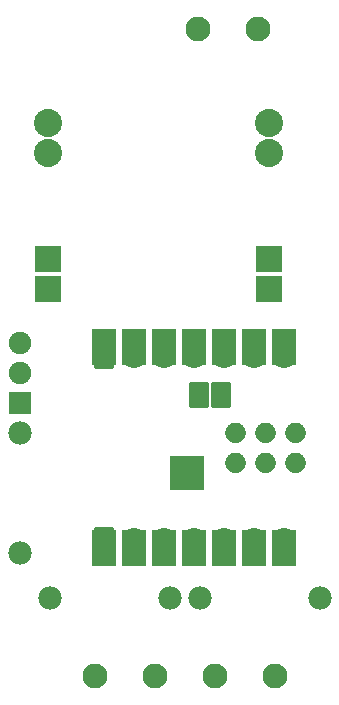
<source format=gts>
G04 Layer: TopSolderMaskLayer*
G04 EasyEDA Pro v2.2.40.8, 2025-09-14 15:16:37*
G04 Gerber Generator version 0.3*
G04 Scale: 100 percent, Rotated: No, Reflected: No*
G04 Dimensions in millimeters*
G04 Leading zeros omitted, absolute positions, 4 integers and 5 decimals*
G04 Generated by one-click*
%FSLAX45Y45*%
%MOMM*%
%AMRoundRect*1,1,$1,$2,$3*1,1,$1,$4,$5*1,1,$1,0-$2,0-$3*1,1,$1,0-$4,0-$5*20,1,$1,$2,$3,$4,$5,0*20,1,$1,$4,$5,0-$2,0-$3,0*20,1,$1,0-$2,0-$3,0-$4,0-$5,0*20,1,$1,0-$4,0-$5,$2,$3,0*4,1,4,$2,$3,$4,$5,0-$2,0-$3,0-$4,0-$5,$2,$3,0*%
%ADD10C,2.1016*%
%ADD11C,1.9016*%
%ADD12RoundRect,0.09645X-0.90257X0.90257X0.90257X0.90257*%
%ADD13C,1.9812*%
%ADD14RoundRect,0.09691X-1.00234X-1.50234X-1.00234X1.50234*%
%ADD15RoundRect,0.1067X-1.40172X1.40172X1.40172X1.40172*%
%ADD16RoundRect,0.09816X-1.40172X1.40172X1.40172X1.40172*%
%ADD17RoundRect,0.09562X-0.76499X-1.01899X-0.76499X1.01899*%
%ADD18RoundRect,0.09723X-1.08168X-1.08168X-1.08168X1.08168*%
%ADD19C,2.3876*%
%ADD20C,1.8016*%
%ADD21RoundRect,0.09579X-0.7903X0.8529X0.7903X0.8529*%
G75*


G04 Pad Start*
G54D10*
G01X2400300Y-647700D03*
G01X1892300Y-647700D03*
G54D11*
G01X381000Y-3302000D03*
G01X381000Y-3556000D03*
G54D12*
G01X381000Y-3810000D03*
G54D13*
G01X1651000Y-5461000D03*
G01X635000Y-5461000D03*
G01X381000Y-4064000D03*
G01X381000Y-5080000D03*
G01X2921000Y-5461000D03*
G01X1905000Y-5461000D03*
G54D14*
G01X1094740Y-3341014D03*
G01X1348740Y-3341014D03*
G01X1602740Y-3341014D03*
G01X1856740Y-3341014D03*
G01X2110740Y-3341014D03*
G01X2364740Y-3341014D03*
G01X2618740Y-3341014D03*
G01X1094740Y-5040986D03*
G01X1348740Y-5040986D03*
G01X1602740Y-5040986D03*
G01X1856740Y-5040986D03*
G01X2110740Y-5040986D03*
G01X2364740Y-5040986D03*
G01X2618740Y-5040986D03*
G54D16*
G01X1796745Y-4401007D03*
G54D17*
G01X2086737Y-3741014D03*
G01X1896745Y-3741014D03*
G36*
G01X2801578Y-4060737D02*
G01X2801636Y-4063252D01*
G01X2801638Y-4063411D01*
G01X2801617Y-4065928D01*
G01X2801614Y-4066083D01*
G01X2801517Y-4068595D01*
G01X2801509Y-4068755D01*
G01X2801333Y-4071264D01*
G01X2801320Y-4071418D01*
G01X2801069Y-4073923D01*
G01X2801050Y-4074083D01*
G01X2800720Y-4076577D01*
G01X2800697Y-4076732D01*
G01X2800291Y-4079213D01*
G01X2800262Y-4079373D01*
G01X2799777Y-4081841D01*
G01X2799745Y-4081991D01*
G01X2799186Y-4084444D01*
G01X2799148Y-4084599D01*
G01X2798513Y-4087033D01*
G01X2798471Y-4087187D01*
G01X2797759Y-4089600D01*
G01X2797713Y-4089749D01*
G01X2796928Y-4092139D01*
G01X2796876Y-4092289D01*
G01X2796018Y-4094653D01*
G01X2795961Y-4094803D01*
G01X2795029Y-4097139D01*
G01X2794970Y-4097280D01*
G01X2793970Y-4099586D01*
G01X2793903Y-4099733D01*
G01X2792829Y-4102009D01*
G01X2792758Y-4102154D01*
G01X2791612Y-4104394D01*
G01X2791541Y-4104528D01*
G01X2790329Y-4106733D01*
G01X2790249Y-4106874D01*
G01X2788969Y-4109038D01*
G01X2788888Y-4109169D01*
G01X2787542Y-4111295D01*
G01X2787454Y-4111429D01*
G01X2786042Y-4113512D01*
G01X2785951Y-4113642D01*
G01X2784475Y-4115679D01*
G01X2784383Y-4115803D01*
G01X2782846Y-4117794D01*
G01X2782743Y-4117923D01*
G01X2781143Y-4119863D01*
G01X2781044Y-4119981D01*
G01X2779385Y-4121873D01*
G01X2779280Y-4121989D01*
G01X2777565Y-4123828D01*
G01X2777457Y-4123941D01*
G01X2775684Y-4125729D01*
G01X2775569Y-4125841D01*
G01X2773743Y-4127571D01*
G01X2773625Y-4127679D01*
G01X2771745Y-4129351D01*
G01X2771629Y-4129451D01*
G01X2769701Y-4131064D01*
G01X2769579Y-4131163D01*
G01X2767601Y-4132717D01*
G01X2767472Y-4132815D01*
G01X2765445Y-4134306D01*
G01X2765318Y-4134396D01*
G01X2763248Y-4135824D01*
G01X2763116Y-4135912D01*
G01X2761000Y-4137276D01*
G01X2760863Y-4137361D01*
G01X2758707Y-4138656D01*
G01X2758577Y-4138732D01*
G01X2756382Y-4139964D01*
G01X2756241Y-4140040D01*
G01X2754010Y-4141201D01*
G01X2753864Y-4141274D01*
G01X2751596Y-4142364D01*
G01X2751458Y-4142428D01*
G01X2749159Y-4143449D01*
G01X2749015Y-4143510D01*
G01X2746686Y-4144460D01*
G01X2746537Y-4144518D01*
G01X2744180Y-4145395D01*
G01X2744029Y-4145448D01*
G01X2741644Y-4146251D01*
G01X2741495Y-4146298D01*
G01X2739087Y-4147027D01*
G01X2738938Y-4147070D01*
G01X2736510Y-4147725D01*
G01X2736355Y-4147764D01*
G01X2733907Y-4148343D01*
G01X2733753Y-4148377D01*
G01X2731289Y-4148880D01*
G01X2731134Y-4148909D01*
G01X2728655Y-4149336D01*
G01X2728495Y-4149361D01*
G01X2726004Y-4149709D01*
G01X2725849Y-4149728D01*
G01X2723347Y-4150000D01*
G01X2723193Y-4150014D01*
G01X2720686Y-4150210D01*
G01X2720526Y-4150220D01*
G01X2718011Y-4150337D01*
G01X2717852Y-4150342D01*
G01X2715337Y-4150380D01*
G01X2715183Y-4150380D01*
G01X2712668Y-4150342D01*
G01X2712509Y-4150337D01*
G01X2709994Y-4150220D01*
G01X2709834Y-4150210D01*
G01X2707327Y-4150014D01*
G01X2707173Y-4150000D01*
G01X2704671Y-4149728D01*
G01X2704516Y-4149709D01*
G01X2702025Y-4149361D01*
G01X2701865Y-4149336D01*
G01X2699386Y-4148909D01*
G01X2699231Y-4148880D01*
G01X2696767Y-4148377D01*
G01X2696613Y-4148343D01*
G01X2694165Y-4147764D01*
G01X2694010Y-4147725D01*
G01X2691582Y-4147070D01*
G01X2691433Y-4147027D01*
G01X2689025Y-4146298D01*
G01X2688876Y-4146251D01*
G01X2686491Y-4145448D01*
G01X2686340Y-4145395D01*
G01X2683983Y-4144518D01*
G01X2683834Y-4144460D01*
G01X2681505Y-4143510D01*
G01X2681361Y-4143449D01*
G01X2679062Y-4142428D01*
G01X2678924Y-4142364D01*
G01X2676656Y-4141274D01*
G01X2676510Y-4141201D01*
G01X2674279Y-4140040D01*
G01X2674138Y-4139964D01*
G01X2671943Y-4138732D01*
G01X2671813Y-4138656D01*
G01X2669657Y-4137361D01*
G01X2669520Y-4137276D01*
G01X2667404Y-4135912D01*
G01X2667272Y-4135824D01*
G01X2665202Y-4134396D01*
G01X2665075Y-4134306D01*
G01X2663048Y-4132815D01*
G01X2662919Y-4132717D01*
G01X2660941Y-4131163D01*
G01X2660819Y-4131064D01*
G01X2658891Y-4129451D01*
G01X2658775Y-4129351D01*
G01X2656895Y-4127679D01*
G01X2656777Y-4127571D01*
G01X2654951Y-4125841D01*
G01X2654836Y-4125729D01*
G01X2653063Y-4123941D01*
G01X2652955Y-4123828D01*
G01X2651240Y-4121989D01*
G01X2651135Y-4121873D01*
G01X2649476Y-4119981D01*
G01X2649377Y-4119863D01*
G01X2647777Y-4117923D01*
G01X2647674Y-4117794D01*
G01X2646137Y-4115803D01*
G01X2646045Y-4115679D01*
G01X2644569Y-4113642D01*
G01X2644478Y-4113512D01*
G01X2643066Y-4111429D01*
G01X2642978Y-4111295D01*
G01X2641632Y-4109169D01*
G01X2641551Y-4109038D01*
G01X2640271Y-4106874D01*
G01X2640191Y-4106733D01*
G01X2638979Y-4104528D01*
G01X2638908Y-4104394D01*
G01X2637762Y-4102154D01*
G01X2637691Y-4102009D01*
G01X2636617Y-4099733D01*
G01X2636550Y-4099586D01*
G01X2635550Y-4097280D01*
G01X2635491Y-4097139D01*
G01X2634559Y-4094803D01*
G01X2634502Y-4094653D01*
G01X2633644Y-4092289D01*
G01X2633592Y-4092139D01*
G01X2632807Y-4089749D01*
G01X2632761Y-4089600D01*
G01X2632049Y-4087187D01*
G01X2632007Y-4087033D01*
G01X2631372Y-4084599D01*
G01X2631334Y-4084444D01*
G01X2630775Y-4081991D01*
G01X2630743Y-4081841D01*
G01X2630258Y-4079373D01*
G01X2630229Y-4079213D01*
G01X2629823Y-4076732D01*
G01X2629800Y-4076577D01*
G01X2629470Y-4074083D01*
G01X2629451Y-4073923D01*
G01X2629200Y-4071418D01*
G01X2629187Y-4071264D01*
G01X2629011Y-4068755D01*
G01X2629003Y-4068595D01*
G01X2628906Y-4066083D01*
G01X2628903Y-4065928D01*
G01X2628882Y-4063411D01*
G01X2628884Y-4063252D01*
G01X2628942Y-4060737D01*
G01X2628948Y-4060577D01*
G01X2629085Y-4058065D01*
G01X2629096Y-4057911D01*
G01X2629310Y-4055404D01*
G01X2629325Y-4055249D01*
G01X2629615Y-4052752D01*
G01X2629636Y-4052588D01*
G01X2630007Y-4050099D01*
G01X2630032Y-4049949D01*
G01X2630476Y-4047473D01*
G01X2630507Y-4047318D01*
G01X2631027Y-4044857D01*
G01X2631064Y-4044697D01*
G01X2631663Y-4042254D01*
G01X2631702Y-4042104D01*
G01X2632375Y-4039681D01*
G01X2632419Y-4039532D01*
G01X2633166Y-4037130D01*
G01X2633215Y-4036979D01*
G01X2634035Y-4034602D01*
G01X2634092Y-4034447D01*
G01X2634988Y-4032098D01*
G01X2635045Y-4031956D01*
G01X2636013Y-4029632D01*
G01X2636074Y-4029490D01*
G01X2637110Y-4027199D01*
G01X2637180Y-4027051D01*
G01X2638290Y-4024793D01*
G01X2638361Y-4024654D01*
G01X2639540Y-4022431D01*
G01X2639617Y-4022292D01*
G01X2640864Y-4020107D01*
G01X2640943Y-4019974D01*
G01X2642256Y-4017828D01*
G01X2642341Y-4017693D01*
G01X2643721Y-4015590D01*
G01X2643808Y-4015461D01*
G01X2645251Y-4013401D01*
G01X2645346Y-4013269D01*
G01X2646855Y-4011255D01*
G01X2646949Y-4011133D01*
G01X2648516Y-4009167D01*
G01X2648616Y-4009046D01*
G01X2650244Y-4007128D01*
G01X2650350Y-4007007D01*
G01X2652039Y-4005140D01*
G01X2652144Y-4005028D01*
G01X2653886Y-4003215D01*
G01X2654001Y-4003098D01*
G01X2655802Y-4001341D01*
G01X2655913Y-4001235D01*
G01X2657765Y-3999534D01*
G01X2657885Y-3999427D01*
G01X2659790Y-3997784D01*
G01X2659913Y-3997681D01*
G01X2661869Y-3996098D01*
G01X2661987Y-3996005D01*
G01X2663989Y-3994481D01*
G01X2664123Y-3994383D01*
G01X2666172Y-3992925D01*
G01X2666297Y-3992839D01*
G01X2668390Y-3991442D01*
G01X2668526Y-3991354D01*
G01X2670659Y-3990026D01*
G01X2670793Y-3989946D01*
G01X2672969Y-3988681D01*
G01X2673106Y-3988604D01*
G01X2675318Y-3987408D01*
G01X2675463Y-3987333D01*
G01X2677714Y-3986207D01*
G01X2677853Y-3986140D01*
G01X2680136Y-3985084D01*
G01X2680280Y-3985020D01*
G01X2682593Y-3984035D01*
G01X2682743Y-3983974D01*
G01X2685088Y-3983062D01*
G01X2685231Y-3983008D01*
G01X2687601Y-3982168D01*
G01X2687752Y-3982117D01*
G01X2690150Y-3981350D01*
G01X2690303Y-3981303D01*
G01X2692721Y-3980612D01*
G01X2692871Y-3980572D01*
G01X2695309Y-3979955D01*
G01X2695463Y-3979918D01*
G01X2697920Y-3979377D01*
G01X2698080Y-3979345D01*
G01X2700554Y-3978882D01*
G01X2700702Y-3978857D01*
G01X2703186Y-3978468D01*
G01X2703347Y-3978446D01*
G01X2705843Y-3978136D01*
G01X2705998Y-3978119D01*
G01X2708502Y-3977886D01*
G01X2708657Y-3977874D01*
G01X2711169Y-3977716D01*
G01X2711334Y-3977708D01*
G01X2713848Y-3977632D01*
G01X2714003Y-3977630D01*
G01X2716517Y-3977630D01*
G01X2716672Y-3977632D01*
G01X2719186Y-3977708D01*
G01X2719351Y-3977716D01*
G01X2721863Y-3977874D01*
G01X2722018Y-3977886D01*
G01X2724522Y-3978119D01*
G01X2724677Y-3978136D01*
G01X2727173Y-3978446D01*
G01X2727334Y-3978468D01*
G01X2729818Y-3978857D01*
G01X2729966Y-3978882D01*
G01X2732440Y-3979345D01*
G01X2732600Y-3979377D01*
G01X2735057Y-3979918D01*
G01X2735211Y-3979955D01*
G01X2737649Y-3980572D01*
G01X2737799Y-3980612D01*
G01X2740217Y-3981303D01*
G01X2740370Y-3981350D01*
G01X2742768Y-3982117D01*
G01X2742919Y-3982168D01*
G01X2745289Y-3983008D01*
G01X2745432Y-3983062D01*
G01X2747777Y-3983974D01*
G01X2747927Y-3984035D01*
G01X2750240Y-3985020D01*
G01X2750384Y-3985084D01*
G01X2752667Y-3986140D01*
G01X2752806Y-3986207D01*
G01X2755057Y-3987333D01*
G01X2755202Y-3987408D01*
G01X2757414Y-3988604D01*
G01X2757551Y-3988681D01*
G01X2759727Y-3989946D01*
G01X2759861Y-3990026D01*
G01X2761994Y-3991354D01*
G01X2762130Y-3991442D01*
G01X2764223Y-3992839D01*
G01X2764348Y-3992925D01*
G01X2766397Y-3994383D01*
G01X2766531Y-3994481D01*
G01X2768533Y-3996005D01*
G01X2768651Y-3996098D01*
G01X2770607Y-3997681D01*
G01X2770730Y-3997784D01*
G01X2772635Y-3999427D01*
G01X2772755Y-3999534D01*
G01X2774607Y-4001235D01*
G01X2774718Y-4001341D01*
G01X2776519Y-4003098D01*
G01X2776634Y-4003215D01*
G01X2778376Y-4005028D01*
G01X2778481Y-4005140D01*
G01X2780170Y-4007007D01*
G01X2780276Y-4007128D01*
G01X2781904Y-4009046D01*
G01X2782004Y-4009167D01*
G01X2783571Y-4011133D01*
G01X2783665Y-4011255D01*
G01X2785174Y-4013269D01*
G01X2785269Y-4013401D01*
G01X2786712Y-4015461D01*
G01X2786799Y-4015590D01*
G01X2788179Y-4017693D01*
G01X2788264Y-4017828D01*
G01X2789577Y-4019974D01*
G01X2789656Y-4020107D01*
G01X2790903Y-4022292D01*
G01X2790980Y-4022431D01*
G01X2792159Y-4024654D01*
G01X2792230Y-4024793D01*
G01X2793340Y-4027051D01*
G01X2793410Y-4027199D01*
G01X2794446Y-4029490D01*
G01X2794507Y-4029632D01*
G01X2795475Y-4031956D01*
G01X2795532Y-4032098D01*
G01X2796428Y-4034447D01*
G01X2796485Y-4034602D01*
G01X2797305Y-4036979D01*
G01X2797354Y-4037130D01*
G01X2798101Y-4039532D01*
G01X2798145Y-4039681D01*
G01X2798818Y-4042104D01*
G01X2798857Y-4042254D01*
G01X2799456Y-4044697D01*
G01X2799493Y-4044857D01*
G01X2800013Y-4047318D01*
G01X2800044Y-4047473D01*
G01X2800488Y-4049949D01*
G01X2800513Y-4050099D01*
G01X2800884Y-4052588D01*
G01X2800905Y-4052752D01*
G01X2801195Y-4055249D01*
G01X2801210Y-4055404D01*
G01X2801424Y-4057911D01*
G01X2801435Y-4058065D01*
G01X2801572Y-4060577D01*
G01X2801578Y-4060737D01*
G37*
G36*
G01X2801578Y-4314737D02*
G01X2801636Y-4317252D01*
G01X2801638Y-4317411D01*
G01X2801617Y-4319928D01*
G01X2801614Y-4320083D01*
G01X2801517Y-4322595D01*
G01X2801509Y-4322755D01*
G01X2801333Y-4325264D01*
G01X2801320Y-4325418D01*
G01X2801069Y-4327923D01*
G01X2801050Y-4328083D01*
G01X2800720Y-4330577D01*
G01X2800697Y-4330732D01*
G01X2800291Y-4333213D01*
G01X2800262Y-4333373D01*
G01X2799777Y-4335841D01*
G01X2799745Y-4335991D01*
G01X2799186Y-4338444D01*
G01X2799148Y-4338599D01*
G01X2798513Y-4341033D01*
G01X2798471Y-4341187D01*
G01X2797759Y-4343600D01*
G01X2797713Y-4343749D01*
G01X2796928Y-4346139D01*
G01X2796876Y-4346289D01*
G01X2796018Y-4348653D01*
G01X2795961Y-4348803D01*
G01X2795029Y-4351139D01*
G01X2794970Y-4351280D01*
G01X2793970Y-4353586D01*
G01X2793903Y-4353733D01*
G01X2792829Y-4356009D01*
G01X2792758Y-4356154D01*
G01X2791612Y-4358394D01*
G01X2791541Y-4358528D01*
G01X2790329Y-4360733D01*
G01X2790249Y-4360874D01*
G01X2788969Y-4363038D01*
G01X2788888Y-4363169D01*
G01X2787542Y-4365295D01*
G01X2787454Y-4365429D01*
G01X2786042Y-4367512D01*
G01X2785951Y-4367642D01*
G01X2784475Y-4369679D01*
G01X2784383Y-4369803D01*
G01X2782846Y-4371794D01*
G01X2782743Y-4371923D01*
G01X2781143Y-4373863D01*
G01X2781044Y-4373981D01*
G01X2779385Y-4375873D01*
G01X2779280Y-4375989D01*
G01X2777565Y-4377828D01*
G01X2777457Y-4377941D01*
G01X2775684Y-4379729D01*
G01X2775569Y-4379841D01*
G01X2773743Y-4381571D01*
G01X2773625Y-4381679D01*
G01X2771745Y-4383351D01*
G01X2771629Y-4383451D01*
G01X2769701Y-4385064D01*
G01X2769579Y-4385163D01*
G01X2767601Y-4386717D01*
G01X2767472Y-4386815D01*
G01X2765445Y-4388306D01*
G01X2765318Y-4388396D01*
G01X2763248Y-4389824D01*
G01X2763116Y-4389912D01*
G01X2761000Y-4391276D01*
G01X2760863Y-4391361D01*
G01X2758707Y-4392656D01*
G01X2758577Y-4392732D01*
G01X2756382Y-4393964D01*
G01X2756241Y-4394040D01*
G01X2754010Y-4395201D01*
G01X2753864Y-4395274D01*
G01X2751596Y-4396364D01*
G01X2751458Y-4396428D01*
G01X2749159Y-4397449D01*
G01X2749015Y-4397510D01*
G01X2746686Y-4398460D01*
G01X2746537Y-4398518D01*
G01X2744180Y-4399395D01*
G01X2744029Y-4399448D01*
G01X2741644Y-4400251D01*
G01X2741495Y-4400298D01*
G01X2739087Y-4401027D01*
G01X2738938Y-4401070D01*
G01X2736510Y-4401725D01*
G01X2736355Y-4401764D01*
G01X2733907Y-4402343D01*
G01X2733753Y-4402377D01*
G01X2731289Y-4402880D01*
G01X2731134Y-4402909D01*
G01X2728655Y-4403336D01*
G01X2728495Y-4403361D01*
G01X2726004Y-4403709D01*
G01X2725849Y-4403728D01*
G01X2723347Y-4404000D01*
G01X2723193Y-4404014D01*
G01X2720686Y-4404210D01*
G01X2720526Y-4404220D01*
G01X2718011Y-4404337D01*
G01X2717852Y-4404342D01*
G01X2715337Y-4404380D01*
G01X2715183Y-4404380D01*
G01X2712668Y-4404342D01*
G01X2712509Y-4404337D01*
G01X2709994Y-4404220D01*
G01X2709834Y-4404210D01*
G01X2707327Y-4404014D01*
G01X2707173Y-4404000D01*
G01X2704671Y-4403728D01*
G01X2704516Y-4403709D01*
G01X2702025Y-4403361D01*
G01X2701865Y-4403336D01*
G01X2699386Y-4402909D01*
G01X2699231Y-4402880D01*
G01X2696767Y-4402377D01*
G01X2696613Y-4402343D01*
G01X2694165Y-4401764D01*
G01X2694010Y-4401725D01*
G01X2691582Y-4401070D01*
G01X2691433Y-4401027D01*
G01X2689025Y-4400298D01*
G01X2688876Y-4400251D01*
G01X2686491Y-4399448D01*
G01X2686340Y-4399395D01*
G01X2683983Y-4398518D01*
G01X2683834Y-4398460D01*
G01X2681505Y-4397510D01*
G01X2681361Y-4397449D01*
G01X2679062Y-4396428D01*
G01X2678924Y-4396364D01*
G01X2676656Y-4395274D01*
G01X2676510Y-4395201D01*
G01X2674279Y-4394040D01*
G01X2674138Y-4393964D01*
G01X2671943Y-4392732D01*
G01X2671813Y-4392656D01*
G01X2669657Y-4391361D01*
G01X2669520Y-4391276D01*
G01X2667404Y-4389912D01*
G01X2667272Y-4389824D01*
G01X2665202Y-4388396D01*
G01X2665075Y-4388306D01*
G01X2663048Y-4386815D01*
G01X2662919Y-4386717D01*
G01X2660941Y-4385163D01*
G01X2660819Y-4385064D01*
G01X2658891Y-4383451D01*
G01X2658775Y-4383351D01*
G01X2656895Y-4381679D01*
G01X2656777Y-4381571D01*
G01X2654951Y-4379841D01*
G01X2654836Y-4379729D01*
G01X2653063Y-4377941D01*
G01X2652955Y-4377828D01*
G01X2651240Y-4375989D01*
G01X2651135Y-4375873D01*
G01X2649476Y-4373981D01*
G01X2649377Y-4373863D01*
G01X2647777Y-4371923D01*
G01X2647674Y-4371794D01*
G01X2646137Y-4369803D01*
G01X2646045Y-4369679D01*
G01X2644569Y-4367642D01*
G01X2644478Y-4367512D01*
G01X2643066Y-4365429D01*
G01X2642978Y-4365295D01*
G01X2641632Y-4363169D01*
G01X2641551Y-4363038D01*
G01X2640271Y-4360874D01*
G01X2640191Y-4360733D01*
G01X2638979Y-4358528D01*
G01X2638908Y-4358394D01*
G01X2637762Y-4356154D01*
G01X2637691Y-4356009D01*
G01X2636617Y-4353733D01*
G01X2636550Y-4353586D01*
G01X2635550Y-4351280D01*
G01X2635491Y-4351139D01*
G01X2634559Y-4348803D01*
G01X2634502Y-4348653D01*
G01X2633644Y-4346289D01*
G01X2633592Y-4346139D01*
G01X2632807Y-4343749D01*
G01X2632761Y-4343600D01*
G01X2632049Y-4341187D01*
G01X2632007Y-4341033D01*
G01X2631372Y-4338599D01*
G01X2631334Y-4338444D01*
G01X2630775Y-4335991D01*
G01X2630743Y-4335841D01*
G01X2630258Y-4333373D01*
G01X2630229Y-4333213D01*
G01X2629823Y-4330732D01*
G01X2629800Y-4330577D01*
G01X2629470Y-4328083D01*
G01X2629451Y-4327923D01*
G01X2629200Y-4325418D01*
G01X2629187Y-4325264D01*
G01X2629011Y-4322755D01*
G01X2629003Y-4322595D01*
G01X2628906Y-4320083D01*
G01X2628903Y-4319928D01*
G01X2628882Y-4317411D01*
G01X2628884Y-4317252D01*
G01X2628942Y-4314737D01*
G01X2628948Y-4314577D01*
G01X2629085Y-4312065D01*
G01X2629096Y-4311911D01*
G01X2629310Y-4309404D01*
G01X2629325Y-4309249D01*
G01X2629615Y-4306752D01*
G01X2629636Y-4306588D01*
G01X2630007Y-4304099D01*
G01X2630032Y-4303949D01*
G01X2630476Y-4301473D01*
G01X2630507Y-4301318D01*
G01X2631027Y-4298857D01*
G01X2631064Y-4298697D01*
G01X2631663Y-4296254D01*
G01X2631702Y-4296104D01*
G01X2632375Y-4293681D01*
G01X2632419Y-4293532D01*
G01X2633166Y-4291130D01*
G01X2633215Y-4290979D01*
G01X2634035Y-4288602D01*
G01X2634092Y-4288447D01*
G01X2634988Y-4286098D01*
G01X2635045Y-4285956D01*
G01X2636013Y-4283632D01*
G01X2636074Y-4283490D01*
G01X2637110Y-4281199D01*
G01X2637180Y-4281051D01*
G01X2638290Y-4278793D01*
G01X2638361Y-4278654D01*
G01X2639540Y-4276431D01*
G01X2639617Y-4276292D01*
G01X2640864Y-4274107D01*
G01X2640943Y-4273974D01*
G01X2642256Y-4271828D01*
G01X2642341Y-4271693D01*
G01X2643721Y-4269590D01*
G01X2643808Y-4269461D01*
G01X2645251Y-4267401D01*
G01X2645346Y-4267269D01*
G01X2646855Y-4265255D01*
G01X2646949Y-4265133D01*
G01X2648516Y-4263167D01*
G01X2648616Y-4263046D01*
G01X2650244Y-4261128D01*
G01X2650350Y-4261007D01*
G01X2652039Y-4259140D01*
G01X2652144Y-4259028D01*
G01X2653886Y-4257215D01*
G01X2654001Y-4257098D01*
G01X2655802Y-4255341D01*
G01X2655913Y-4255235D01*
G01X2657765Y-4253534D01*
G01X2657885Y-4253427D01*
G01X2659790Y-4251784D01*
G01X2659913Y-4251681D01*
G01X2661869Y-4250098D01*
G01X2661987Y-4250005D01*
G01X2663989Y-4248481D01*
G01X2664123Y-4248383D01*
G01X2666172Y-4246925D01*
G01X2666297Y-4246839D01*
G01X2668390Y-4245442D01*
G01X2668526Y-4245354D01*
G01X2670659Y-4244026D01*
G01X2670793Y-4243946D01*
G01X2672969Y-4242681D01*
G01X2673106Y-4242604D01*
G01X2675318Y-4241408D01*
G01X2675463Y-4241333D01*
G01X2677714Y-4240207D01*
G01X2677853Y-4240140D01*
G01X2680136Y-4239084D01*
G01X2680280Y-4239020D01*
G01X2682593Y-4238035D01*
G01X2682743Y-4237974D01*
G01X2685088Y-4237062D01*
G01X2685231Y-4237008D01*
G01X2687601Y-4236168D01*
G01X2687752Y-4236117D01*
G01X2690150Y-4235350D01*
G01X2690303Y-4235303D01*
G01X2692721Y-4234612D01*
G01X2692871Y-4234572D01*
G01X2695309Y-4233955D01*
G01X2695463Y-4233918D01*
G01X2697920Y-4233377D01*
G01X2698080Y-4233345D01*
G01X2700554Y-4232882D01*
G01X2700702Y-4232857D01*
G01X2703186Y-4232468D01*
G01X2703347Y-4232446D01*
G01X2705843Y-4232136D01*
G01X2705998Y-4232119D01*
G01X2708502Y-4231886D01*
G01X2708657Y-4231874D01*
G01X2711169Y-4231716D01*
G01X2711334Y-4231708D01*
G01X2713848Y-4231632D01*
G01X2714003Y-4231630D01*
G01X2716517Y-4231630D01*
G01X2716672Y-4231632D01*
G01X2719186Y-4231708D01*
G01X2719351Y-4231716D01*
G01X2721863Y-4231874D01*
G01X2722018Y-4231886D01*
G01X2724522Y-4232119D01*
G01X2724677Y-4232136D01*
G01X2727173Y-4232446D01*
G01X2727334Y-4232468D01*
G01X2729818Y-4232857D01*
G01X2729966Y-4232882D01*
G01X2732440Y-4233345D01*
G01X2732600Y-4233377D01*
G01X2735057Y-4233918D01*
G01X2735211Y-4233955D01*
G01X2737649Y-4234572D01*
G01X2737799Y-4234612D01*
G01X2740217Y-4235303D01*
G01X2740370Y-4235350D01*
G01X2742768Y-4236117D01*
G01X2742919Y-4236168D01*
G01X2745289Y-4237008D01*
G01X2745432Y-4237062D01*
G01X2747777Y-4237974D01*
G01X2747927Y-4238035D01*
G01X2750240Y-4239020D01*
G01X2750384Y-4239084D01*
G01X2752667Y-4240140D01*
G01X2752806Y-4240207D01*
G01X2755057Y-4241333D01*
G01X2755202Y-4241408D01*
G01X2757414Y-4242604D01*
G01X2757551Y-4242681D01*
G01X2759727Y-4243946D01*
G01X2759861Y-4244026D01*
G01X2761994Y-4245354D01*
G01X2762130Y-4245442D01*
G01X2764223Y-4246839D01*
G01X2764348Y-4246925D01*
G01X2766397Y-4248383D01*
G01X2766531Y-4248481D01*
G01X2768533Y-4250005D01*
G01X2768651Y-4250098D01*
G01X2770607Y-4251681D01*
G01X2770730Y-4251784D01*
G01X2772635Y-4253427D01*
G01X2772755Y-4253534D01*
G01X2774607Y-4255235D01*
G01X2774718Y-4255341D01*
G01X2776519Y-4257098D01*
G01X2776634Y-4257215D01*
G01X2778376Y-4259028D01*
G01X2778481Y-4259140D01*
G01X2780170Y-4261007D01*
G01X2780276Y-4261128D01*
G01X2781904Y-4263046D01*
G01X2782004Y-4263167D01*
G01X2783571Y-4265133D01*
G01X2783665Y-4265255D01*
G01X2785174Y-4267269D01*
G01X2785269Y-4267401D01*
G01X2786712Y-4269461D01*
G01X2786799Y-4269590D01*
G01X2788179Y-4271693D01*
G01X2788264Y-4271828D01*
G01X2789577Y-4273974D01*
G01X2789656Y-4274107D01*
G01X2790903Y-4276292D01*
G01X2790980Y-4276431D01*
G01X2792159Y-4278654D01*
G01X2792230Y-4278793D01*
G01X2793340Y-4281051D01*
G01X2793410Y-4281199D01*
G01X2794446Y-4283490D01*
G01X2794507Y-4283632D01*
G01X2795475Y-4285956D01*
G01X2795532Y-4286098D01*
G01X2796428Y-4288447D01*
G01X2796485Y-4288602D01*
G01X2797305Y-4290979D01*
G01X2797354Y-4291130D01*
G01X2798101Y-4293532D01*
G01X2798145Y-4293681D01*
G01X2798818Y-4296104D01*
G01X2798857Y-4296254D01*
G01X2799456Y-4298697D01*
G01X2799493Y-4298857D01*
G01X2800013Y-4301318D01*
G01X2800044Y-4301473D01*
G01X2800488Y-4303949D01*
G01X2800513Y-4304099D01*
G01X2800884Y-4306588D01*
G01X2800905Y-4306752D01*
G01X2801195Y-4309249D01*
G01X2801210Y-4309404D01*
G01X2801424Y-4311911D01*
G01X2801435Y-4312065D01*
G01X2801572Y-4314577D01*
G01X2801578Y-4314737D01*
G37*
G36*
G01X2547578Y-4314737D02*
G01X2547636Y-4317252D01*
G01X2547638Y-4317411D01*
G01X2547617Y-4319928D01*
G01X2547614Y-4320083D01*
G01X2547517Y-4322595D01*
G01X2547509Y-4322755D01*
G01X2547333Y-4325264D01*
G01X2547320Y-4325418D01*
G01X2547069Y-4327923D01*
G01X2547050Y-4328083D01*
G01X2546720Y-4330577D01*
G01X2546697Y-4330732D01*
G01X2546291Y-4333213D01*
G01X2546262Y-4333373D01*
G01X2545777Y-4335841D01*
G01X2545745Y-4335991D01*
G01X2545186Y-4338444D01*
G01X2545148Y-4338599D01*
G01X2544513Y-4341033D01*
G01X2544471Y-4341187D01*
G01X2543759Y-4343600D01*
G01X2543713Y-4343749D01*
G01X2542928Y-4346139D01*
G01X2542876Y-4346289D01*
G01X2542018Y-4348653D01*
G01X2541961Y-4348803D01*
G01X2541029Y-4351139D01*
G01X2540970Y-4351280D01*
G01X2539970Y-4353586D01*
G01X2539903Y-4353733D01*
G01X2538829Y-4356009D01*
G01X2538758Y-4356154D01*
G01X2537612Y-4358394D01*
G01X2537541Y-4358528D01*
G01X2536329Y-4360733D01*
G01X2536249Y-4360874D01*
G01X2534969Y-4363038D01*
G01X2534888Y-4363169D01*
G01X2533542Y-4365295D01*
G01X2533454Y-4365429D01*
G01X2532042Y-4367512D01*
G01X2531951Y-4367642D01*
G01X2530475Y-4369679D01*
G01X2530383Y-4369803D01*
G01X2528846Y-4371794D01*
G01X2528743Y-4371923D01*
G01X2527143Y-4373863D01*
G01X2527044Y-4373981D01*
G01X2525385Y-4375873D01*
G01X2525280Y-4375989D01*
G01X2523565Y-4377828D01*
G01X2523457Y-4377941D01*
G01X2521684Y-4379729D01*
G01X2521569Y-4379841D01*
G01X2519743Y-4381571D01*
G01X2519625Y-4381679D01*
G01X2517745Y-4383351D01*
G01X2517629Y-4383451D01*
G01X2515701Y-4385064D01*
G01X2515579Y-4385163D01*
G01X2513601Y-4386717D01*
G01X2513472Y-4386815D01*
G01X2511445Y-4388306D01*
G01X2511318Y-4388396D01*
G01X2509248Y-4389824D01*
G01X2509116Y-4389912D01*
G01X2507000Y-4391276D01*
G01X2506863Y-4391361D01*
G01X2504707Y-4392656D01*
G01X2504577Y-4392732D01*
G01X2502382Y-4393964D01*
G01X2502241Y-4394040D01*
G01X2500010Y-4395201D01*
G01X2499864Y-4395274D01*
G01X2497596Y-4396364D01*
G01X2497458Y-4396428D01*
G01X2495159Y-4397449D01*
G01X2495015Y-4397510D01*
G01X2492686Y-4398460D01*
G01X2492537Y-4398518D01*
G01X2490180Y-4399395D01*
G01X2490029Y-4399448D01*
G01X2487644Y-4400251D01*
G01X2487495Y-4400298D01*
G01X2485087Y-4401027D01*
G01X2484938Y-4401070D01*
G01X2482510Y-4401725D01*
G01X2482355Y-4401764D01*
G01X2479907Y-4402343D01*
G01X2479753Y-4402377D01*
G01X2477289Y-4402880D01*
G01X2477134Y-4402909D01*
G01X2474655Y-4403336D01*
G01X2474495Y-4403361D01*
G01X2472004Y-4403709D01*
G01X2471849Y-4403728D01*
G01X2469347Y-4404000D01*
G01X2469193Y-4404014D01*
G01X2466686Y-4404210D01*
G01X2466526Y-4404220D01*
G01X2464011Y-4404337D01*
G01X2463852Y-4404342D01*
G01X2461337Y-4404380D01*
G01X2461183Y-4404380D01*
G01X2458668Y-4404342D01*
G01X2458509Y-4404337D01*
G01X2455994Y-4404220D01*
G01X2455834Y-4404210D01*
G01X2453327Y-4404014D01*
G01X2453173Y-4404000D01*
G01X2450671Y-4403728D01*
G01X2450516Y-4403709D01*
G01X2448025Y-4403361D01*
G01X2447865Y-4403336D01*
G01X2445386Y-4402909D01*
G01X2445231Y-4402880D01*
G01X2442767Y-4402377D01*
G01X2442613Y-4402343D01*
G01X2440165Y-4401764D01*
G01X2440010Y-4401725D01*
G01X2437582Y-4401070D01*
G01X2437433Y-4401027D01*
G01X2435025Y-4400298D01*
G01X2434876Y-4400251D01*
G01X2432491Y-4399448D01*
G01X2432340Y-4399395D01*
G01X2429983Y-4398518D01*
G01X2429834Y-4398460D01*
G01X2427505Y-4397510D01*
G01X2427361Y-4397449D01*
G01X2425062Y-4396428D01*
G01X2424924Y-4396364D01*
G01X2422656Y-4395274D01*
G01X2422510Y-4395201D01*
G01X2420279Y-4394040D01*
G01X2420138Y-4393964D01*
G01X2417943Y-4392732D01*
G01X2417813Y-4392656D01*
G01X2415657Y-4391361D01*
G01X2415520Y-4391276D01*
G01X2413404Y-4389912D01*
G01X2413272Y-4389824D01*
G01X2411202Y-4388396D01*
G01X2411075Y-4388306D01*
G01X2409048Y-4386815D01*
G01X2408919Y-4386717D01*
G01X2406941Y-4385163D01*
G01X2406819Y-4385064D01*
G01X2404891Y-4383451D01*
G01X2404775Y-4383351D01*
G01X2402895Y-4381679D01*
G01X2402777Y-4381571D01*
G01X2400951Y-4379841D01*
G01X2400836Y-4379729D01*
G01X2399063Y-4377941D01*
G01X2398955Y-4377828D01*
G01X2397240Y-4375989D01*
G01X2397135Y-4375873D01*
G01X2395476Y-4373981D01*
G01X2395377Y-4373863D01*
G01X2393777Y-4371923D01*
G01X2393674Y-4371794D01*
G01X2392137Y-4369803D01*
G01X2392045Y-4369679D01*
G01X2390569Y-4367642D01*
G01X2390478Y-4367512D01*
G01X2389066Y-4365429D01*
G01X2388978Y-4365295D01*
G01X2387632Y-4363169D01*
G01X2387551Y-4363038D01*
G01X2386271Y-4360874D01*
G01X2386191Y-4360733D01*
G01X2384979Y-4358528D01*
G01X2384908Y-4358394D01*
G01X2383762Y-4356154D01*
G01X2383691Y-4356009D01*
G01X2382617Y-4353733D01*
G01X2382550Y-4353586D01*
G01X2381550Y-4351280D01*
G01X2381491Y-4351139D01*
G01X2380559Y-4348803D01*
G01X2380502Y-4348653D01*
G01X2379644Y-4346289D01*
G01X2379592Y-4346139D01*
G01X2378807Y-4343749D01*
G01X2378761Y-4343600D01*
G01X2378049Y-4341187D01*
G01X2378007Y-4341033D01*
G01X2377372Y-4338599D01*
G01X2377334Y-4338444D01*
G01X2376775Y-4335991D01*
G01X2376743Y-4335841D01*
G01X2376258Y-4333373D01*
G01X2376229Y-4333213D01*
G01X2375823Y-4330732D01*
G01X2375800Y-4330577D01*
G01X2375470Y-4328083D01*
G01X2375451Y-4327923D01*
G01X2375200Y-4325418D01*
G01X2375187Y-4325264D01*
G01X2375011Y-4322755D01*
G01X2375003Y-4322595D01*
G01X2374906Y-4320083D01*
G01X2374903Y-4319928D01*
G01X2374882Y-4317411D01*
G01X2374884Y-4317252D01*
G01X2374942Y-4314737D01*
G01X2374948Y-4314577D01*
G01X2375085Y-4312065D01*
G01X2375096Y-4311911D01*
G01X2375310Y-4309404D01*
G01X2375325Y-4309249D01*
G01X2375615Y-4306752D01*
G01X2375636Y-4306588D01*
G01X2376007Y-4304099D01*
G01X2376032Y-4303949D01*
G01X2376476Y-4301473D01*
G01X2376507Y-4301318D01*
G01X2377027Y-4298857D01*
G01X2377064Y-4298697D01*
G01X2377663Y-4296254D01*
G01X2377702Y-4296104D01*
G01X2378375Y-4293681D01*
G01X2378419Y-4293532D01*
G01X2379166Y-4291130D01*
G01X2379215Y-4290979D01*
G01X2380035Y-4288602D01*
G01X2380092Y-4288447D01*
G01X2380988Y-4286098D01*
G01X2381045Y-4285956D01*
G01X2382013Y-4283632D01*
G01X2382074Y-4283490D01*
G01X2383110Y-4281199D01*
G01X2383180Y-4281051D01*
G01X2384290Y-4278793D01*
G01X2384361Y-4278654D01*
G01X2385540Y-4276431D01*
G01X2385617Y-4276292D01*
G01X2386864Y-4274107D01*
G01X2386943Y-4273974D01*
G01X2388256Y-4271828D01*
G01X2388341Y-4271693D01*
G01X2389721Y-4269590D01*
G01X2389808Y-4269461D01*
G01X2391251Y-4267401D01*
G01X2391346Y-4267269D01*
G01X2392855Y-4265255D01*
G01X2392949Y-4265133D01*
G01X2394516Y-4263167D01*
G01X2394616Y-4263046D01*
G01X2396244Y-4261128D01*
G01X2396350Y-4261007D01*
G01X2398039Y-4259140D01*
G01X2398144Y-4259028D01*
G01X2399886Y-4257215D01*
G01X2400001Y-4257098D01*
G01X2401802Y-4255341D01*
G01X2401913Y-4255235D01*
G01X2403765Y-4253534D01*
G01X2403885Y-4253427D01*
G01X2405790Y-4251784D01*
G01X2405913Y-4251681D01*
G01X2407869Y-4250098D01*
G01X2407987Y-4250005D01*
G01X2409989Y-4248481D01*
G01X2410123Y-4248383D01*
G01X2412172Y-4246925D01*
G01X2412297Y-4246839D01*
G01X2414390Y-4245442D01*
G01X2414526Y-4245354D01*
G01X2416659Y-4244026D01*
G01X2416793Y-4243946D01*
G01X2418969Y-4242681D01*
G01X2419106Y-4242604D01*
G01X2421318Y-4241408D01*
G01X2421463Y-4241333D01*
G01X2423714Y-4240207D01*
G01X2423853Y-4240140D01*
G01X2426136Y-4239084D01*
G01X2426280Y-4239020D01*
G01X2428593Y-4238035D01*
G01X2428743Y-4237974D01*
G01X2431088Y-4237062D01*
G01X2431231Y-4237008D01*
G01X2433601Y-4236168D01*
G01X2433752Y-4236117D01*
G01X2436150Y-4235350D01*
G01X2436303Y-4235303D01*
G01X2438721Y-4234612D01*
G01X2438871Y-4234572D01*
G01X2441309Y-4233955D01*
G01X2441463Y-4233918D01*
G01X2443920Y-4233377D01*
G01X2444080Y-4233345D01*
G01X2446554Y-4232882D01*
G01X2446702Y-4232857D01*
G01X2449186Y-4232468D01*
G01X2449347Y-4232446D01*
G01X2451843Y-4232136D01*
G01X2451998Y-4232119D01*
G01X2454502Y-4231886D01*
G01X2454657Y-4231874D01*
G01X2457169Y-4231716D01*
G01X2457334Y-4231708D01*
G01X2459848Y-4231632D01*
G01X2460003Y-4231630D01*
G01X2462517Y-4231630D01*
G01X2462672Y-4231632D01*
G01X2465186Y-4231708D01*
G01X2465351Y-4231716D01*
G01X2467863Y-4231874D01*
G01X2468018Y-4231886D01*
G01X2470522Y-4232119D01*
G01X2470677Y-4232136D01*
G01X2473173Y-4232446D01*
G01X2473334Y-4232468D01*
G01X2475818Y-4232857D01*
G01X2475966Y-4232882D01*
G01X2478440Y-4233345D01*
G01X2478600Y-4233377D01*
G01X2481057Y-4233918D01*
G01X2481211Y-4233955D01*
G01X2483649Y-4234572D01*
G01X2483799Y-4234612D01*
G01X2486217Y-4235303D01*
G01X2486370Y-4235350D01*
G01X2488768Y-4236117D01*
G01X2488919Y-4236168D01*
G01X2491289Y-4237008D01*
G01X2491432Y-4237062D01*
G01X2493777Y-4237974D01*
G01X2493927Y-4238035D01*
G01X2496240Y-4239020D01*
G01X2496384Y-4239084D01*
G01X2498667Y-4240140D01*
G01X2498806Y-4240207D01*
G01X2501057Y-4241333D01*
G01X2501202Y-4241408D01*
G01X2503414Y-4242604D01*
G01X2503551Y-4242681D01*
G01X2505727Y-4243946D01*
G01X2505861Y-4244026D01*
G01X2507994Y-4245354D01*
G01X2508130Y-4245442D01*
G01X2510223Y-4246839D01*
G01X2510348Y-4246925D01*
G01X2512397Y-4248383D01*
G01X2512531Y-4248481D01*
G01X2514533Y-4250005D01*
G01X2514651Y-4250098D01*
G01X2516607Y-4251681D01*
G01X2516730Y-4251784D01*
G01X2518635Y-4253427D01*
G01X2518755Y-4253534D01*
G01X2520607Y-4255235D01*
G01X2520718Y-4255341D01*
G01X2522519Y-4257098D01*
G01X2522634Y-4257215D01*
G01X2524376Y-4259028D01*
G01X2524481Y-4259140D01*
G01X2526170Y-4261007D01*
G01X2526276Y-4261128D01*
G01X2527904Y-4263046D01*
G01X2528004Y-4263167D01*
G01X2529571Y-4265133D01*
G01X2529665Y-4265255D01*
G01X2531174Y-4267269D01*
G01X2531269Y-4267401D01*
G01X2532712Y-4269461D01*
G01X2532799Y-4269590D01*
G01X2534179Y-4271693D01*
G01X2534264Y-4271828D01*
G01X2535577Y-4273974D01*
G01X2535656Y-4274107D01*
G01X2536903Y-4276292D01*
G01X2536980Y-4276431D01*
G01X2538159Y-4278654D01*
G01X2538230Y-4278793D01*
G01X2539340Y-4281051D01*
G01X2539410Y-4281199D01*
G01X2540446Y-4283490D01*
G01X2540507Y-4283632D01*
G01X2541475Y-4285956D01*
G01X2541532Y-4286098D01*
G01X2542428Y-4288447D01*
G01X2542485Y-4288602D01*
G01X2543305Y-4290979D01*
G01X2543354Y-4291130D01*
G01X2544101Y-4293532D01*
G01X2544145Y-4293681D01*
G01X2544818Y-4296104D01*
G01X2544857Y-4296254D01*
G01X2545456Y-4298697D01*
G01X2545493Y-4298857D01*
G01X2546013Y-4301318D01*
G01X2546044Y-4301473D01*
G01X2546488Y-4303949D01*
G01X2546513Y-4304099D01*
G01X2546884Y-4306588D01*
G01X2546905Y-4306752D01*
G01X2547195Y-4309249D01*
G01X2547210Y-4309404D01*
G01X2547424Y-4311911D01*
G01X2547435Y-4312065D01*
G01X2547572Y-4314577D01*
G01X2547578Y-4314737D01*
G37*
G36*
G01X2547578Y-4060737D02*
G01X2547636Y-4063252D01*
G01X2547638Y-4063411D01*
G01X2547617Y-4065928D01*
G01X2547614Y-4066083D01*
G01X2547517Y-4068595D01*
G01X2547509Y-4068755D01*
G01X2547333Y-4071264D01*
G01X2547320Y-4071418D01*
G01X2547069Y-4073923D01*
G01X2547050Y-4074083D01*
G01X2546720Y-4076577D01*
G01X2546697Y-4076732D01*
G01X2546291Y-4079213D01*
G01X2546262Y-4079373D01*
G01X2545777Y-4081841D01*
G01X2545745Y-4081991D01*
G01X2545186Y-4084444D01*
G01X2545148Y-4084599D01*
G01X2544513Y-4087033D01*
G01X2544471Y-4087187D01*
G01X2543759Y-4089600D01*
G01X2543713Y-4089749D01*
G01X2542928Y-4092139D01*
G01X2542876Y-4092289D01*
G01X2542018Y-4094653D01*
G01X2541961Y-4094803D01*
G01X2541029Y-4097139D01*
G01X2540970Y-4097280D01*
G01X2539970Y-4099586D01*
G01X2539903Y-4099733D01*
G01X2538829Y-4102009D01*
G01X2538758Y-4102154D01*
G01X2537612Y-4104394D01*
G01X2537541Y-4104528D01*
G01X2536329Y-4106733D01*
G01X2536249Y-4106874D01*
G01X2534969Y-4109038D01*
G01X2534888Y-4109169D01*
G01X2533542Y-4111295D01*
G01X2533454Y-4111429D01*
G01X2532042Y-4113512D01*
G01X2531951Y-4113642D01*
G01X2530475Y-4115679D01*
G01X2530383Y-4115803D01*
G01X2528846Y-4117794D01*
G01X2528743Y-4117923D01*
G01X2527143Y-4119863D01*
G01X2527044Y-4119981D01*
G01X2525385Y-4121873D01*
G01X2525280Y-4121989D01*
G01X2523565Y-4123828D01*
G01X2523457Y-4123941D01*
G01X2521684Y-4125729D01*
G01X2521569Y-4125841D01*
G01X2519743Y-4127571D01*
G01X2519625Y-4127679D01*
G01X2517745Y-4129351D01*
G01X2517629Y-4129451D01*
G01X2515701Y-4131064D01*
G01X2515579Y-4131163D01*
G01X2513601Y-4132717D01*
G01X2513472Y-4132815D01*
G01X2511445Y-4134306D01*
G01X2511318Y-4134396D01*
G01X2509248Y-4135824D01*
G01X2509116Y-4135912D01*
G01X2507000Y-4137276D01*
G01X2506863Y-4137361D01*
G01X2504707Y-4138656D01*
G01X2504577Y-4138732D01*
G01X2502382Y-4139964D01*
G01X2502241Y-4140040D01*
G01X2500010Y-4141201D01*
G01X2499864Y-4141274D01*
G01X2497596Y-4142364D01*
G01X2497458Y-4142428D01*
G01X2495159Y-4143449D01*
G01X2495015Y-4143510D01*
G01X2492686Y-4144460D01*
G01X2492537Y-4144518D01*
G01X2490180Y-4145395D01*
G01X2490029Y-4145448D01*
G01X2487644Y-4146251D01*
G01X2487495Y-4146298D01*
G01X2485087Y-4147027D01*
G01X2484938Y-4147070D01*
G01X2482510Y-4147725D01*
G01X2482355Y-4147764D01*
G01X2479907Y-4148343D01*
G01X2479753Y-4148377D01*
G01X2477289Y-4148880D01*
G01X2477134Y-4148909D01*
G01X2474655Y-4149336D01*
G01X2474495Y-4149361D01*
G01X2472004Y-4149709D01*
G01X2471849Y-4149728D01*
G01X2469347Y-4150000D01*
G01X2469193Y-4150014D01*
G01X2466686Y-4150210D01*
G01X2466526Y-4150220D01*
G01X2464011Y-4150337D01*
G01X2463852Y-4150342D01*
G01X2461337Y-4150380D01*
G01X2461183Y-4150380D01*
G01X2458668Y-4150342D01*
G01X2458509Y-4150337D01*
G01X2455994Y-4150220D01*
G01X2455834Y-4150210D01*
G01X2453327Y-4150014D01*
G01X2453173Y-4150000D01*
G01X2450671Y-4149728D01*
G01X2450516Y-4149709D01*
G01X2448025Y-4149361D01*
G01X2447865Y-4149336D01*
G01X2445386Y-4148909D01*
G01X2445231Y-4148880D01*
G01X2442767Y-4148377D01*
G01X2442613Y-4148343D01*
G01X2440165Y-4147764D01*
G01X2440010Y-4147725D01*
G01X2437582Y-4147070D01*
G01X2437433Y-4147027D01*
G01X2435025Y-4146298D01*
G01X2434876Y-4146251D01*
G01X2432491Y-4145448D01*
G01X2432340Y-4145395D01*
G01X2429983Y-4144518D01*
G01X2429834Y-4144460D01*
G01X2427505Y-4143510D01*
G01X2427361Y-4143449D01*
G01X2425062Y-4142428D01*
G01X2424924Y-4142364D01*
G01X2422656Y-4141274D01*
G01X2422510Y-4141201D01*
G01X2420279Y-4140040D01*
G01X2420138Y-4139964D01*
G01X2417943Y-4138732D01*
G01X2417813Y-4138656D01*
G01X2415657Y-4137361D01*
G01X2415520Y-4137276D01*
G01X2413404Y-4135912D01*
G01X2413272Y-4135824D01*
G01X2411202Y-4134396D01*
G01X2411075Y-4134306D01*
G01X2409048Y-4132815D01*
G01X2408919Y-4132717D01*
G01X2406941Y-4131163D01*
G01X2406819Y-4131064D01*
G01X2404891Y-4129451D01*
G01X2404775Y-4129351D01*
G01X2402895Y-4127679D01*
G01X2402777Y-4127571D01*
G01X2400951Y-4125841D01*
G01X2400836Y-4125729D01*
G01X2399063Y-4123941D01*
G01X2398955Y-4123828D01*
G01X2397240Y-4121989D01*
G01X2397135Y-4121873D01*
G01X2395476Y-4119981D01*
G01X2395377Y-4119863D01*
G01X2393777Y-4117923D01*
G01X2393674Y-4117794D01*
G01X2392137Y-4115803D01*
G01X2392045Y-4115679D01*
G01X2390569Y-4113642D01*
G01X2390478Y-4113512D01*
G01X2389066Y-4111429D01*
G01X2388978Y-4111295D01*
G01X2387632Y-4109169D01*
G01X2387551Y-4109038D01*
G01X2386271Y-4106874D01*
G01X2386191Y-4106733D01*
G01X2384979Y-4104528D01*
G01X2384908Y-4104394D01*
G01X2383762Y-4102154D01*
G01X2383691Y-4102009D01*
G01X2382617Y-4099733D01*
G01X2382550Y-4099586D01*
G01X2381550Y-4097280D01*
G01X2381491Y-4097139D01*
G01X2380559Y-4094803D01*
G01X2380502Y-4094653D01*
G01X2379644Y-4092289D01*
G01X2379592Y-4092139D01*
G01X2378807Y-4089749D01*
G01X2378761Y-4089600D01*
G01X2378049Y-4087187D01*
G01X2378007Y-4087033D01*
G01X2377372Y-4084599D01*
G01X2377334Y-4084444D01*
G01X2376775Y-4081991D01*
G01X2376743Y-4081841D01*
G01X2376258Y-4079373D01*
G01X2376229Y-4079213D01*
G01X2375823Y-4076732D01*
G01X2375800Y-4076577D01*
G01X2375470Y-4074083D01*
G01X2375451Y-4073923D01*
G01X2375200Y-4071418D01*
G01X2375187Y-4071264D01*
G01X2375011Y-4068755D01*
G01X2375003Y-4068595D01*
G01X2374906Y-4066083D01*
G01X2374903Y-4065928D01*
G01X2374882Y-4063411D01*
G01X2374884Y-4063252D01*
G01X2374942Y-4060737D01*
G01X2374948Y-4060577D01*
G01X2375085Y-4058065D01*
G01X2375096Y-4057911D01*
G01X2375310Y-4055404D01*
G01X2375325Y-4055249D01*
G01X2375615Y-4052752D01*
G01X2375636Y-4052588D01*
G01X2376007Y-4050099D01*
G01X2376032Y-4049949D01*
G01X2376476Y-4047473D01*
G01X2376507Y-4047318D01*
G01X2377027Y-4044857D01*
G01X2377064Y-4044697D01*
G01X2377663Y-4042254D01*
G01X2377702Y-4042104D01*
G01X2378375Y-4039681D01*
G01X2378419Y-4039532D01*
G01X2379166Y-4037130D01*
G01X2379215Y-4036979D01*
G01X2380035Y-4034602D01*
G01X2380092Y-4034447D01*
G01X2380988Y-4032098D01*
G01X2381045Y-4031956D01*
G01X2382013Y-4029632D01*
G01X2382074Y-4029490D01*
G01X2383110Y-4027199D01*
G01X2383180Y-4027051D01*
G01X2384290Y-4024793D01*
G01X2384361Y-4024654D01*
G01X2385540Y-4022431D01*
G01X2385617Y-4022292D01*
G01X2386864Y-4020107D01*
G01X2386943Y-4019974D01*
G01X2388256Y-4017828D01*
G01X2388341Y-4017693D01*
G01X2389721Y-4015590D01*
G01X2389808Y-4015461D01*
G01X2391251Y-4013401D01*
G01X2391346Y-4013269D01*
G01X2392855Y-4011255D01*
G01X2392949Y-4011133D01*
G01X2394516Y-4009167D01*
G01X2394616Y-4009046D01*
G01X2396244Y-4007128D01*
G01X2396350Y-4007007D01*
G01X2398039Y-4005140D01*
G01X2398144Y-4005028D01*
G01X2399886Y-4003215D01*
G01X2400001Y-4003098D01*
G01X2401802Y-4001341D01*
G01X2401913Y-4001235D01*
G01X2403765Y-3999534D01*
G01X2403885Y-3999427D01*
G01X2405790Y-3997784D01*
G01X2405913Y-3997681D01*
G01X2407869Y-3996098D01*
G01X2407987Y-3996005D01*
G01X2409989Y-3994481D01*
G01X2410123Y-3994383D01*
G01X2412172Y-3992925D01*
G01X2412297Y-3992839D01*
G01X2414390Y-3991442D01*
G01X2414526Y-3991354D01*
G01X2416659Y-3990026D01*
G01X2416793Y-3989946D01*
G01X2418969Y-3988681D01*
G01X2419106Y-3988604D01*
G01X2421318Y-3987408D01*
G01X2421463Y-3987333D01*
G01X2423714Y-3986207D01*
G01X2423853Y-3986140D01*
G01X2426136Y-3985084D01*
G01X2426280Y-3985020D01*
G01X2428593Y-3984035D01*
G01X2428743Y-3983974D01*
G01X2431088Y-3983062D01*
G01X2431231Y-3983008D01*
G01X2433601Y-3982168D01*
G01X2433752Y-3982117D01*
G01X2436150Y-3981350D01*
G01X2436303Y-3981303D01*
G01X2438721Y-3980612D01*
G01X2438871Y-3980572D01*
G01X2441309Y-3979955D01*
G01X2441463Y-3979918D01*
G01X2443920Y-3979377D01*
G01X2444080Y-3979345D01*
G01X2446554Y-3978882D01*
G01X2446702Y-3978857D01*
G01X2449186Y-3978468D01*
G01X2449347Y-3978446D01*
G01X2451843Y-3978136D01*
G01X2451998Y-3978119D01*
G01X2454502Y-3977886D01*
G01X2454657Y-3977874D01*
G01X2457169Y-3977716D01*
G01X2457334Y-3977708D01*
G01X2459848Y-3977632D01*
G01X2460003Y-3977630D01*
G01X2462517Y-3977630D01*
G01X2462672Y-3977632D01*
G01X2465186Y-3977708D01*
G01X2465351Y-3977716D01*
G01X2467863Y-3977874D01*
G01X2468018Y-3977886D01*
G01X2470522Y-3978119D01*
G01X2470677Y-3978136D01*
G01X2473173Y-3978446D01*
G01X2473334Y-3978468D01*
G01X2475818Y-3978857D01*
G01X2475966Y-3978882D01*
G01X2478440Y-3979345D01*
G01X2478600Y-3979377D01*
G01X2481057Y-3979918D01*
G01X2481211Y-3979955D01*
G01X2483649Y-3980572D01*
G01X2483799Y-3980612D01*
G01X2486217Y-3981303D01*
G01X2486370Y-3981350D01*
G01X2488768Y-3982117D01*
G01X2488919Y-3982168D01*
G01X2491289Y-3983008D01*
G01X2491432Y-3983062D01*
G01X2493777Y-3983974D01*
G01X2493927Y-3984035D01*
G01X2496240Y-3985020D01*
G01X2496384Y-3985084D01*
G01X2498667Y-3986140D01*
G01X2498806Y-3986207D01*
G01X2501057Y-3987333D01*
G01X2501202Y-3987408D01*
G01X2503414Y-3988604D01*
G01X2503551Y-3988681D01*
G01X2505727Y-3989946D01*
G01X2505861Y-3990026D01*
G01X2507994Y-3991354D01*
G01X2508130Y-3991442D01*
G01X2510223Y-3992839D01*
G01X2510348Y-3992925D01*
G01X2512397Y-3994383D01*
G01X2512531Y-3994481D01*
G01X2514533Y-3996005D01*
G01X2514651Y-3996098D01*
G01X2516607Y-3997681D01*
G01X2516730Y-3997784D01*
G01X2518635Y-3999427D01*
G01X2518755Y-3999534D01*
G01X2520607Y-4001235D01*
G01X2520718Y-4001341D01*
G01X2522519Y-4003098D01*
G01X2522634Y-4003215D01*
G01X2524376Y-4005028D01*
G01X2524481Y-4005140D01*
G01X2526170Y-4007007D01*
G01X2526276Y-4007128D01*
G01X2527904Y-4009046D01*
G01X2528004Y-4009167D01*
G01X2529571Y-4011133D01*
G01X2529665Y-4011255D01*
G01X2531174Y-4013269D01*
G01X2531269Y-4013401D01*
G01X2532712Y-4015461D01*
G01X2532799Y-4015590D01*
G01X2534179Y-4017693D01*
G01X2534264Y-4017828D01*
G01X2535577Y-4019974D01*
G01X2535656Y-4020107D01*
G01X2536903Y-4022292D01*
G01X2536980Y-4022431D01*
G01X2538159Y-4024654D01*
G01X2538230Y-4024793D01*
G01X2539340Y-4027051D01*
G01X2539410Y-4027199D01*
G01X2540446Y-4029490D01*
G01X2540507Y-4029632D01*
G01X2541475Y-4031956D01*
G01X2541532Y-4032098D01*
G01X2542428Y-4034447D01*
G01X2542485Y-4034602D01*
G01X2543305Y-4036979D01*
G01X2543354Y-4037130D01*
G01X2544101Y-4039532D01*
G01X2544145Y-4039681D01*
G01X2544818Y-4042104D01*
G01X2544857Y-4042254D01*
G01X2545456Y-4044697D01*
G01X2545493Y-4044857D01*
G01X2546013Y-4047318D01*
G01X2546044Y-4047473D01*
G01X2546488Y-4049949D01*
G01X2546513Y-4050099D01*
G01X2546884Y-4052588D01*
G01X2546905Y-4052752D01*
G01X2547195Y-4055249D01*
G01X2547210Y-4055404D01*
G01X2547424Y-4057911D01*
G01X2547435Y-4058065D01*
G01X2547572Y-4060577D01*
G01X2547578Y-4060737D01*
G37*
G36*
G01X2293578Y-4314737D02*
G01X2293636Y-4317252D01*
G01X2293638Y-4317411D01*
G01X2293617Y-4319928D01*
G01X2293614Y-4320083D01*
G01X2293517Y-4322595D01*
G01X2293509Y-4322755D01*
G01X2293333Y-4325264D01*
G01X2293320Y-4325418D01*
G01X2293069Y-4327923D01*
G01X2293050Y-4328083D01*
G01X2292720Y-4330577D01*
G01X2292697Y-4330732D01*
G01X2292291Y-4333213D01*
G01X2292262Y-4333373D01*
G01X2291777Y-4335841D01*
G01X2291745Y-4335991D01*
G01X2291186Y-4338444D01*
G01X2291148Y-4338599D01*
G01X2290513Y-4341033D01*
G01X2290471Y-4341187D01*
G01X2289759Y-4343600D01*
G01X2289713Y-4343749D01*
G01X2288928Y-4346139D01*
G01X2288876Y-4346289D01*
G01X2288018Y-4348653D01*
G01X2287961Y-4348803D01*
G01X2287029Y-4351139D01*
G01X2286970Y-4351280D01*
G01X2285970Y-4353586D01*
G01X2285903Y-4353733D01*
G01X2284829Y-4356009D01*
G01X2284758Y-4356154D01*
G01X2283612Y-4358394D01*
G01X2283541Y-4358528D01*
G01X2282329Y-4360733D01*
G01X2282249Y-4360874D01*
G01X2280969Y-4363038D01*
G01X2280888Y-4363169D01*
G01X2279542Y-4365295D01*
G01X2279454Y-4365429D01*
G01X2278042Y-4367512D01*
G01X2277951Y-4367642D01*
G01X2276475Y-4369679D01*
G01X2276383Y-4369803D01*
G01X2274846Y-4371794D01*
G01X2274743Y-4371923D01*
G01X2273143Y-4373863D01*
G01X2273044Y-4373981D01*
G01X2271385Y-4375873D01*
G01X2271280Y-4375989D01*
G01X2269565Y-4377828D01*
G01X2269457Y-4377941D01*
G01X2267684Y-4379729D01*
G01X2267569Y-4379841D01*
G01X2265743Y-4381571D01*
G01X2265625Y-4381679D01*
G01X2263745Y-4383351D01*
G01X2263629Y-4383451D01*
G01X2261701Y-4385064D01*
G01X2261579Y-4385163D01*
G01X2259601Y-4386717D01*
G01X2259472Y-4386815D01*
G01X2257445Y-4388306D01*
G01X2257318Y-4388396D01*
G01X2255248Y-4389824D01*
G01X2255116Y-4389912D01*
G01X2253000Y-4391276D01*
G01X2252863Y-4391361D01*
G01X2250707Y-4392656D01*
G01X2250577Y-4392732D01*
G01X2248382Y-4393964D01*
G01X2248241Y-4394040D01*
G01X2246010Y-4395201D01*
G01X2245864Y-4395274D01*
G01X2243596Y-4396364D01*
G01X2243458Y-4396428D01*
G01X2241159Y-4397449D01*
G01X2241015Y-4397510D01*
G01X2238686Y-4398460D01*
G01X2238537Y-4398518D01*
G01X2236180Y-4399395D01*
G01X2236029Y-4399448D01*
G01X2233644Y-4400251D01*
G01X2233495Y-4400298D01*
G01X2231087Y-4401027D01*
G01X2230938Y-4401070D01*
G01X2228510Y-4401725D01*
G01X2228355Y-4401764D01*
G01X2225907Y-4402343D01*
G01X2225753Y-4402377D01*
G01X2223289Y-4402880D01*
G01X2223134Y-4402909D01*
G01X2220655Y-4403336D01*
G01X2220495Y-4403361D01*
G01X2218004Y-4403709D01*
G01X2217849Y-4403728D01*
G01X2215347Y-4404000D01*
G01X2215193Y-4404014D01*
G01X2212686Y-4404210D01*
G01X2212526Y-4404220D01*
G01X2210011Y-4404337D01*
G01X2209852Y-4404342D01*
G01X2207337Y-4404380D01*
G01X2207183Y-4404380D01*
G01X2204668Y-4404342D01*
G01X2204509Y-4404337D01*
G01X2201994Y-4404220D01*
G01X2201834Y-4404210D01*
G01X2199327Y-4404014D01*
G01X2199173Y-4404000D01*
G01X2196671Y-4403728D01*
G01X2196516Y-4403709D01*
G01X2194025Y-4403361D01*
G01X2193865Y-4403336D01*
G01X2191386Y-4402909D01*
G01X2191231Y-4402880D01*
G01X2188767Y-4402377D01*
G01X2188613Y-4402343D01*
G01X2186165Y-4401764D01*
G01X2186010Y-4401725D01*
G01X2183582Y-4401070D01*
G01X2183433Y-4401027D01*
G01X2181025Y-4400298D01*
G01X2180876Y-4400251D01*
G01X2178491Y-4399448D01*
G01X2178340Y-4399395D01*
G01X2175983Y-4398518D01*
G01X2175834Y-4398460D01*
G01X2173505Y-4397510D01*
G01X2173361Y-4397449D01*
G01X2171062Y-4396428D01*
G01X2170924Y-4396364D01*
G01X2168656Y-4395274D01*
G01X2168510Y-4395201D01*
G01X2166279Y-4394040D01*
G01X2166138Y-4393964D01*
G01X2163943Y-4392732D01*
G01X2163813Y-4392656D01*
G01X2161657Y-4391361D01*
G01X2161520Y-4391276D01*
G01X2159404Y-4389912D01*
G01X2159272Y-4389824D01*
G01X2157202Y-4388396D01*
G01X2157075Y-4388306D01*
G01X2155048Y-4386815D01*
G01X2154919Y-4386717D01*
G01X2152941Y-4385163D01*
G01X2152819Y-4385064D01*
G01X2150891Y-4383451D01*
G01X2150775Y-4383351D01*
G01X2148895Y-4381679D01*
G01X2148777Y-4381571D01*
G01X2146951Y-4379841D01*
G01X2146836Y-4379729D01*
G01X2145063Y-4377941D01*
G01X2144955Y-4377828D01*
G01X2143240Y-4375989D01*
G01X2143135Y-4375873D01*
G01X2141476Y-4373981D01*
G01X2141377Y-4373863D01*
G01X2139777Y-4371923D01*
G01X2139674Y-4371794D01*
G01X2138137Y-4369803D01*
G01X2138045Y-4369679D01*
G01X2136569Y-4367642D01*
G01X2136478Y-4367512D01*
G01X2135066Y-4365429D01*
G01X2134978Y-4365295D01*
G01X2133632Y-4363169D01*
G01X2133551Y-4363038D01*
G01X2132271Y-4360874D01*
G01X2132191Y-4360733D01*
G01X2130979Y-4358528D01*
G01X2130908Y-4358394D01*
G01X2129762Y-4356154D01*
G01X2129691Y-4356009D01*
G01X2128617Y-4353733D01*
G01X2128550Y-4353586D01*
G01X2127550Y-4351280D01*
G01X2127491Y-4351139D01*
G01X2126559Y-4348803D01*
G01X2126502Y-4348653D01*
G01X2125644Y-4346289D01*
G01X2125592Y-4346139D01*
G01X2124807Y-4343749D01*
G01X2124761Y-4343600D01*
G01X2124049Y-4341187D01*
G01X2124007Y-4341033D01*
G01X2123372Y-4338599D01*
G01X2123334Y-4338444D01*
G01X2122775Y-4335991D01*
G01X2122743Y-4335841D01*
G01X2122258Y-4333373D01*
G01X2122229Y-4333213D01*
G01X2121823Y-4330732D01*
G01X2121800Y-4330577D01*
G01X2121470Y-4328083D01*
G01X2121451Y-4327923D01*
G01X2121200Y-4325418D01*
G01X2121187Y-4325264D01*
G01X2121011Y-4322755D01*
G01X2121003Y-4322595D01*
G01X2120906Y-4320083D01*
G01X2120903Y-4319928D01*
G01X2120882Y-4317411D01*
G01X2120884Y-4317252D01*
G01X2120942Y-4314737D01*
G01X2120948Y-4314577D01*
G01X2121085Y-4312065D01*
G01X2121096Y-4311911D01*
G01X2121310Y-4309404D01*
G01X2121325Y-4309249D01*
G01X2121615Y-4306752D01*
G01X2121636Y-4306588D01*
G01X2122007Y-4304099D01*
G01X2122032Y-4303949D01*
G01X2122476Y-4301473D01*
G01X2122507Y-4301318D01*
G01X2123027Y-4298857D01*
G01X2123064Y-4298697D01*
G01X2123663Y-4296254D01*
G01X2123702Y-4296104D01*
G01X2124375Y-4293681D01*
G01X2124419Y-4293532D01*
G01X2125166Y-4291130D01*
G01X2125215Y-4290979D01*
G01X2126035Y-4288602D01*
G01X2126092Y-4288447D01*
G01X2126988Y-4286098D01*
G01X2127045Y-4285956D01*
G01X2128013Y-4283632D01*
G01X2128074Y-4283490D01*
G01X2129110Y-4281199D01*
G01X2129180Y-4281051D01*
G01X2130290Y-4278793D01*
G01X2130361Y-4278654D01*
G01X2131540Y-4276431D01*
G01X2131617Y-4276292D01*
G01X2132864Y-4274107D01*
G01X2132943Y-4273974D01*
G01X2134256Y-4271828D01*
G01X2134341Y-4271693D01*
G01X2135721Y-4269590D01*
G01X2135808Y-4269461D01*
G01X2137251Y-4267401D01*
G01X2137346Y-4267269D01*
G01X2138855Y-4265255D01*
G01X2138949Y-4265133D01*
G01X2140516Y-4263167D01*
G01X2140616Y-4263046D01*
G01X2142244Y-4261128D01*
G01X2142350Y-4261007D01*
G01X2144039Y-4259140D01*
G01X2144144Y-4259028D01*
G01X2145886Y-4257215D01*
G01X2146001Y-4257098D01*
G01X2147802Y-4255341D01*
G01X2147913Y-4255235D01*
G01X2149765Y-4253534D01*
G01X2149885Y-4253427D01*
G01X2151790Y-4251784D01*
G01X2151913Y-4251681D01*
G01X2153869Y-4250098D01*
G01X2153987Y-4250005D01*
G01X2155989Y-4248481D01*
G01X2156123Y-4248383D01*
G01X2158172Y-4246925D01*
G01X2158297Y-4246839D01*
G01X2160390Y-4245442D01*
G01X2160526Y-4245354D01*
G01X2162659Y-4244026D01*
G01X2162793Y-4243946D01*
G01X2164969Y-4242681D01*
G01X2165106Y-4242604D01*
G01X2167318Y-4241408D01*
G01X2167463Y-4241333D01*
G01X2169714Y-4240207D01*
G01X2169853Y-4240140D01*
G01X2172136Y-4239084D01*
G01X2172280Y-4239020D01*
G01X2174593Y-4238035D01*
G01X2174743Y-4237974D01*
G01X2177088Y-4237062D01*
G01X2177231Y-4237008D01*
G01X2179601Y-4236168D01*
G01X2179752Y-4236117D01*
G01X2182150Y-4235350D01*
G01X2182303Y-4235303D01*
G01X2184721Y-4234612D01*
G01X2184871Y-4234572D01*
G01X2187309Y-4233955D01*
G01X2187463Y-4233918D01*
G01X2189920Y-4233377D01*
G01X2190080Y-4233345D01*
G01X2192554Y-4232882D01*
G01X2192702Y-4232857D01*
G01X2195186Y-4232468D01*
G01X2195347Y-4232446D01*
G01X2197843Y-4232136D01*
G01X2197998Y-4232119D01*
G01X2200502Y-4231886D01*
G01X2200657Y-4231874D01*
G01X2203169Y-4231716D01*
G01X2203334Y-4231708D01*
G01X2205848Y-4231632D01*
G01X2206003Y-4231630D01*
G01X2208517Y-4231630D01*
G01X2208672Y-4231632D01*
G01X2211186Y-4231708D01*
G01X2211351Y-4231716D01*
G01X2213863Y-4231874D01*
G01X2214018Y-4231886D01*
G01X2216522Y-4232119D01*
G01X2216677Y-4232136D01*
G01X2219173Y-4232446D01*
G01X2219334Y-4232468D01*
G01X2221818Y-4232857D01*
G01X2221966Y-4232882D01*
G01X2224440Y-4233345D01*
G01X2224600Y-4233377D01*
G01X2227057Y-4233918D01*
G01X2227211Y-4233955D01*
G01X2229649Y-4234572D01*
G01X2229799Y-4234612D01*
G01X2232217Y-4235303D01*
G01X2232370Y-4235350D01*
G01X2234768Y-4236117D01*
G01X2234919Y-4236168D01*
G01X2237289Y-4237008D01*
G01X2237432Y-4237062D01*
G01X2239777Y-4237974D01*
G01X2239927Y-4238035D01*
G01X2242240Y-4239020D01*
G01X2242384Y-4239084D01*
G01X2244667Y-4240140D01*
G01X2244806Y-4240207D01*
G01X2247057Y-4241333D01*
G01X2247202Y-4241408D01*
G01X2249414Y-4242604D01*
G01X2249551Y-4242681D01*
G01X2251727Y-4243946D01*
G01X2251861Y-4244026D01*
G01X2253994Y-4245354D01*
G01X2254130Y-4245442D01*
G01X2256223Y-4246839D01*
G01X2256348Y-4246925D01*
G01X2258397Y-4248383D01*
G01X2258531Y-4248481D01*
G01X2260533Y-4250005D01*
G01X2260651Y-4250098D01*
G01X2262607Y-4251681D01*
G01X2262730Y-4251784D01*
G01X2264635Y-4253427D01*
G01X2264755Y-4253534D01*
G01X2266607Y-4255235D01*
G01X2266718Y-4255341D01*
G01X2268519Y-4257098D01*
G01X2268634Y-4257215D01*
G01X2270376Y-4259028D01*
G01X2270481Y-4259140D01*
G01X2272170Y-4261007D01*
G01X2272276Y-4261128D01*
G01X2273904Y-4263046D01*
G01X2274004Y-4263167D01*
G01X2275571Y-4265133D01*
G01X2275665Y-4265255D01*
G01X2277174Y-4267269D01*
G01X2277269Y-4267401D01*
G01X2278712Y-4269461D01*
G01X2278799Y-4269590D01*
G01X2280179Y-4271693D01*
G01X2280264Y-4271828D01*
G01X2281577Y-4273974D01*
G01X2281656Y-4274107D01*
G01X2282903Y-4276292D01*
G01X2282980Y-4276431D01*
G01X2284159Y-4278654D01*
G01X2284230Y-4278793D01*
G01X2285340Y-4281051D01*
G01X2285410Y-4281199D01*
G01X2286446Y-4283490D01*
G01X2286507Y-4283632D01*
G01X2287475Y-4285956D01*
G01X2287532Y-4286098D01*
G01X2288428Y-4288447D01*
G01X2288485Y-4288602D01*
G01X2289305Y-4290979D01*
G01X2289354Y-4291130D01*
G01X2290101Y-4293532D01*
G01X2290145Y-4293681D01*
G01X2290818Y-4296104D01*
G01X2290857Y-4296254D01*
G01X2291456Y-4298697D01*
G01X2291493Y-4298857D01*
G01X2292013Y-4301318D01*
G01X2292044Y-4301473D01*
G01X2292488Y-4303949D01*
G01X2292513Y-4304099D01*
G01X2292884Y-4306588D01*
G01X2292905Y-4306752D01*
G01X2293195Y-4309249D01*
G01X2293210Y-4309404D01*
G01X2293424Y-4311911D01*
G01X2293435Y-4312065D01*
G01X2293572Y-4314577D01*
G01X2293578Y-4314737D01*
G37*
G36*
G01X2293578Y-4060737D02*
G01X2293636Y-4063252D01*
G01X2293638Y-4063411D01*
G01X2293617Y-4065928D01*
G01X2293614Y-4066083D01*
G01X2293517Y-4068595D01*
G01X2293509Y-4068755D01*
G01X2293333Y-4071264D01*
G01X2293320Y-4071418D01*
G01X2293069Y-4073923D01*
G01X2293050Y-4074083D01*
G01X2292720Y-4076577D01*
G01X2292697Y-4076732D01*
G01X2292291Y-4079213D01*
G01X2292262Y-4079373D01*
G01X2291777Y-4081841D01*
G01X2291745Y-4081991D01*
G01X2291186Y-4084444D01*
G01X2291148Y-4084599D01*
G01X2290513Y-4087033D01*
G01X2290471Y-4087187D01*
G01X2289759Y-4089600D01*
G01X2289713Y-4089749D01*
G01X2288928Y-4092139D01*
G01X2288876Y-4092289D01*
G01X2288018Y-4094653D01*
G01X2287961Y-4094803D01*
G01X2287029Y-4097139D01*
G01X2286970Y-4097280D01*
G01X2285970Y-4099586D01*
G01X2285903Y-4099733D01*
G01X2284829Y-4102009D01*
G01X2284758Y-4102154D01*
G01X2283612Y-4104394D01*
G01X2283541Y-4104528D01*
G01X2282329Y-4106733D01*
G01X2282249Y-4106874D01*
G01X2280969Y-4109038D01*
G01X2280888Y-4109169D01*
G01X2279542Y-4111295D01*
G01X2279454Y-4111429D01*
G01X2278042Y-4113512D01*
G01X2277951Y-4113642D01*
G01X2276475Y-4115679D01*
G01X2276383Y-4115803D01*
G01X2274846Y-4117794D01*
G01X2274743Y-4117923D01*
G01X2273143Y-4119863D01*
G01X2273044Y-4119981D01*
G01X2271385Y-4121873D01*
G01X2271280Y-4121989D01*
G01X2269565Y-4123828D01*
G01X2269457Y-4123941D01*
G01X2267684Y-4125729D01*
G01X2267569Y-4125841D01*
G01X2265743Y-4127571D01*
G01X2265625Y-4127679D01*
G01X2263745Y-4129351D01*
G01X2263629Y-4129451D01*
G01X2261701Y-4131064D01*
G01X2261579Y-4131163D01*
G01X2259601Y-4132717D01*
G01X2259472Y-4132815D01*
G01X2257445Y-4134306D01*
G01X2257318Y-4134396D01*
G01X2255248Y-4135824D01*
G01X2255116Y-4135912D01*
G01X2253000Y-4137276D01*
G01X2252863Y-4137361D01*
G01X2250707Y-4138656D01*
G01X2250577Y-4138732D01*
G01X2248382Y-4139964D01*
G01X2248241Y-4140040D01*
G01X2246010Y-4141201D01*
G01X2245864Y-4141274D01*
G01X2243596Y-4142364D01*
G01X2243458Y-4142428D01*
G01X2241159Y-4143449D01*
G01X2241015Y-4143510D01*
G01X2238686Y-4144460D01*
G01X2238537Y-4144518D01*
G01X2236180Y-4145395D01*
G01X2236029Y-4145448D01*
G01X2233644Y-4146251D01*
G01X2233495Y-4146298D01*
G01X2231087Y-4147027D01*
G01X2230938Y-4147070D01*
G01X2228510Y-4147725D01*
G01X2228355Y-4147764D01*
G01X2225907Y-4148343D01*
G01X2225753Y-4148377D01*
G01X2223289Y-4148880D01*
G01X2223134Y-4148909D01*
G01X2220655Y-4149336D01*
G01X2220495Y-4149361D01*
G01X2218004Y-4149709D01*
G01X2217849Y-4149728D01*
G01X2215347Y-4150000D01*
G01X2215193Y-4150014D01*
G01X2212686Y-4150210D01*
G01X2212526Y-4150220D01*
G01X2210011Y-4150337D01*
G01X2209852Y-4150342D01*
G01X2207337Y-4150380D01*
G01X2207183Y-4150380D01*
G01X2204668Y-4150342D01*
G01X2204509Y-4150337D01*
G01X2201994Y-4150220D01*
G01X2201834Y-4150210D01*
G01X2199327Y-4150014D01*
G01X2199173Y-4150000D01*
G01X2196671Y-4149728D01*
G01X2196516Y-4149709D01*
G01X2194025Y-4149361D01*
G01X2193865Y-4149336D01*
G01X2191386Y-4148909D01*
G01X2191231Y-4148880D01*
G01X2188767Y-4148377D01*
G01X2188613Y-4148343D01*
G01X2186165Y-4147764D01*
G01X2186010Y-4147725D01*
G01X2183582Y-4147070D01*
G01X2183433Y-4147027D01*
G01X2181025Y-4146298D01*
G01X2180876Y-4146251D01*
G01X2178491Y-4145448D01*
G01X2178340Y-4145395D01*
G01X2175983Y-4144518D01*
G01X2175834Y-4144460D01*
G01X2173505Y-4143510D01*
G01X2173361Y-4143449D01*
G01X2171062Y-4142428D01*
G01X2170924Y-4142364D01*
G01X2168656Y-4141274D01*
G01X2168510Y-4141201D01*
G01X2166279Y-4140040D01*
G01X2166138Y-4139964D01*
G01X2163943Y-4138732D01*
G01X2163813Y-4138656D01*
G01X2161657Y-4137361D01*
G01X2161520Y-4137276D01*
G01X2159404Y-4135912D01*
G01X2159272Y-4135824D01*
G01X2157202Y-4134396D01*
G01X2157075Y-4134306D01*
G01X2155048Y-4132815D01*
G01X2154919Y-4132717D01*
G01X2152941Y-4131163D01*
G01X2152819Y-4131064D01*
G01X2150891Y-4129451D01*
G01X2150775Y-4129351D01*
G01X2148895Y-4127679D01*
G01X2148777Y-4127571D01*
G01X2146951Y-4125841D01*
G01X2146836Y-4125729D01*
G01X2145063Y-4123941D01*
G01X2144955Y-4123828D01*
G01X2143240Y-4121989D01*
G01X2143135Y-4121873D01*
G01X2141476Y-4119981D01*
G01X2141377Y-4119863D01*
G01X2139777Y-4117923D01*
G01X2139674Y-4117794D01*
G01X2138137Y-4115803D01*
G01X2138045Y-4115679D01*
G01X2136569Y-4113642D01*
G01X2136478Y-4113512D01*
G01X2135066Y-4111429D01*
G01X2134978Y-4111295D01*
G01X2133632Y-4109169D01*
G01X2133551Y-4109038D01*
G01X2132271Y-4106874D01*
G01X2132191Y-4106733D01*
G01X2130979Y-4104528D01*
G01X2130908Y-4104394D01*
G01X2129762Y-4102154D01*
G01X2129691Y-4102009D01*
G01X2128617Y-4099733D01*
G01X2128550Y-4099586D01*
G01X2127550Y-4097280D01*
G01X2127491Y-4097139D01*
G01X2126559Y-4094803D01*
G01X2126502Y-4094653D01*
G01X2125644Y-4092289D01*
G01X2125592Y-4092139D01*
G01X2124807Y-4089749D01*
G01X2124761Y-4089600D01*
G01X2124049Y-4087187D01*
G01X2124007Y-4087033D01*
G01X2123372Y-4084599D01*
G01X2123334Y-4084444D01*
G01X2122775Y-4081991D01*
G01X2122743Y-4081841D01*
G01X2122258Y-4079373D01*
G01X2122229Y-4079213D01*
G01X2121823Y-4076732D01*
G01X2121800Y-4076577D01*
G01X2121470Y-4074083D01*
G01X2121451Y-4073923D01*
G01X2121200Y-4071418D01*
G01X2121187Y-4071264D01*
G01X2121011Y-4068755D01*
G01X2121003Y-4068595D01*
G01X2120906Y-4066083D01*
G01X2120903Y-4065928D01*
G01X2120882Y-4063411D01*
G01X2120884Y-4063252D01*
G01X2120942Y-4060737D01*
G01X2120948Y-4060577D01*
G01X2121085Y-4058065D01*
G01X2121096Y-4057911D01*
G01X2121310Y-4055404D01*
G01X2121325Y-4055249D01*
G01X2121615Y-4052752D01*
G01X2121636Y-4052588D01*
G01X2122007Y-4050099D01*
G01X2122032Y-4049949D01*
G01X2122476Y-4047473D01*
G01X2122507Y-4047318D01*
G01X2123027Y-4044857D01*
G01X2123064Y-4044697D01*
G01X2123663Y-4042254D01*
G01X2123702Y-4042104D01*
G01X2124375Y-4039681D01*
G01X2124419Y-4039532D01*
G01X2125166Y-4037130D01*
G01X2125215Y-4036979D01*
G01X2126035Y-4034602D01*
G01X2126092Y-4034447D01*
G01X2126988Y-4032098D01*
G01X2127045Y-4031956D01*
G01X2128013Y-4029632D01*
G01X2128074Y-4029490D01*
G01X2129110Y-4027199D01*
G01X2129180Y-4027051D01*
G01X2130290Y-4024793D01*
G01X2130361Y-4024654D01*
G01X2131540Y-4022431D01*
G01X2131617Y-4022292D01*
G01X2132864Y-4020107D01*
G01X2132943Y-4019974D01*
G01X2134256Y-4017828D01*
G01X2134341Y-4017693D01*
G01X2135721Y-4015590D01*
G01X2135808Y-4015461D01*
G01X2137251Y-4013401D01*
G01X2137346Y-4013269D01*
G01X2138855Y-4011255D01*
G01X2138949Y-4011133D01*
G01X2140516Y-4009167D01*
G01X2140616Y-4009046D01*
G01X2142244Y-4007128D01*
G01X2142350Y-4007007D01*
G01X2144039Y-4005140D01*
G01X2144144Y-4005028D01*
G01X2145886Y-4003215D01*
G01X2146001Y-4003098D01*
G01X2147802Y-4001341D01*
G01X2147913Y-4001235D01*
G01X2149765Y-3999534D01*
G01X2149885Y-3999427D01*
G01X2151790Y-3997784D01*
G01X2151913Y-3997681D01*
G01X2153869Y-3996098D01*
G01X2153987Y-3996005D01*
G01X2155989Y-3994481D01*
G01X2156123Y-3994383D01*
G01X2158172Y-3992925D01*
G01X2158297Y-3992839D01*
G01X2160390Y-3991442D01*
G01X2160526Y-3991354D01*
G01X2162659Y-3990026D01*
G01X2162793Y-3989946D01*
G01X2164969Y-3988681D01*
G01X2165106Y-3988604D01*
G01X2167318Y-3987408D01*
G01X2167463Y-3987333D01*
G01X2169714Y-3986207D01*
G01X2169853Y-3986140D01*
G01X2172136Y-3985084D01*
G01X2172280Y-3985020D01*
G01X2174593Y-3984035D01*
G01X2174743Y-3983974D01*
G01X2177088Y-3983062D01*
G01X2177231Y-3983008D01*
G01X2179601Y-3982168D01*
G01X2179752Y-3982117D01*
G01X2182150Y-3981350D01*
G01X2182303Y-3981303D01*
G01X2184721Y-3980612D01*
G01X2184871Y-3980572D01*
G01X2187309Y-3979955D01*
G01X2187463Y-3979918D01*
G01X2189920Y-3979377D01*
G01X2190080Y-3979345D01*
G01X2192554Y-3978882D01*
G01X2192702Y-3978857D01*
G01X2195186Y-3978468D01*
G01X2195347Y-3978446D01*
G01X2197843Y-3978136D01*
G01X2197998Y-3978119D01*
G01X2200502Y-3977886D01*
G01X2200657Y-3977874D01*
G01X2203169Y-3977716D01*
G01X2203334Y-3977708D01*
G01X2205848Y-3977632D01*
G01X2206003Y-3977630D01*
G01X2208517Y-3977630D01*
G01X2208672Y-3977632D01*
G01X2211186Y-3977708D01*
G01X2211351Y-3977716D01*
G01X2213863Y-3977874D01*
G01X2214018Y-3977886D01*
G01X2216522Y-3978119D01*
G01X2216677Y-3978136D01*
G01X2219173Y-3978446D01*
G01X2219334Y-3978468D01*
G01X2221818Y-3978857D01*
G01X2221966Y-3978882D01*
G01X2224440Y-3979345D01*
G01X2224600Y-3979377D01*
G01X2227057Y-3979918D01*
G01X2227211Y-3979955D01*
G01X2229649Y-3980572D01*
G01X2229799Y-3980612D01*
G01X2232217Y-3981303D01*
G01X2232370Y-3981350D01*
G01X2234768Y-3982117D01*
G01X2234919Y-3982168D01*
G01X2237289Y-3983008D01*
G01X2237432Y-3983062D01*
G01X2239777Y-3983974D01*
G01X2239927Y-3984035D01*
G01X2242240Y-3985020D01*
G01X2242384Y-3985084D01*
G01X2244667Y-3986140D01*
G01X2244806Y-3986207D01*
G01X2247057Y-3987333D01*
G01X2247202Y-3987408D01*
G01X2249414Y-3988604D01*
G01X2249551Y-3988681D01*
G01X2251727Y-3989946D01*
G01X2251861Y-3990026D01*
G01X2253994Y-3991354D01*
G01X2254130Y-3991442D01*
G01X2256223Y-3992839D01*
G01X2256348Y-3992925D01*
G01X2258397Y-3994383D01*
G01X2258531Y-3994481D01*
G01X2260533Y-3996005D01*
G01X2260651Y-3996098D01*
G01X2262607Y-3997681D01*
G01X2262730Y-3997784D01*
G01X2264635Y-3999427D01*
G01X2264755Y-3999534D01*
G01X2266607Y-4001235D01*
G01X2266718Y-4001341D01*
G01X2268519Y-4003098D01*
G01X2268634Y-4003215D01*
G01X2270376Y-4005028D01*
G01X2270481Y-4005140D01*
G01X2272170Y-4007007D01*
G01X2272276Y-4007128D01*
G01X2273904Y-4009046D01*
G01X2274004Y-4009167D01*
G01X2275571Y-4011133D01*
G01X2275665Y-4011255D01*
G01X2277174Y-4013269D01*
G01X2277269Y-4013401D01*
G01X2278712Y-4015461D01*
G01X2278799Y-4015590D01*
G01X2280179Y-4017693D01*
G01X2280264Y-4017828D01*
G01X2281577Y-4019974D01*
G01X2281656Y-4020107D01*
G01X2282903Y-4022292D01*
G01X2282980Y-4022431D01*
G01X2284159Y-4024654D01*
G01X2284230Y-4024793D01*
G01X2285340Y-4027051D01*
G01X2285410Y-4027199D01*
G01X2286446Y-4029490D01*
G01X2286507Y-4029632D01*
G01X2287475Y-4031956D01*
G01X2287532Y-4032098D01*
G01X2288428Y-4034447D01*
G01X2288485Y-4034602D01*
G01X2289305Y-4036979D01*
G01X2289354Y-4037130D01*
G01X2290101Y-4039532D01*
G01X2290145Y-4039681D01*
G01X2290818Y-4042104D01*
G01X2290857Y-4042254D01*
G01X2291456Y-4044697D01*
G01X2291493Y-4044857D01*
G01X2292013Y-4047318D01*
G01X2292044Y-4047473D01*
G01X2292488Y-4049949D01*
G01X2292513Y-4050099D01*
G01X2292884Y-4052588D01*
G01X2292905Y-4052752D01*
G01X2293195Y-4055249D01*
G01X2293210Y-4055404D01*
G01X2293424Y-4057911D01*
G01X2293435Y-4058065D01*
G01X2293572Y-4060577D01*
G01X2293578Y-4060737D01*
G37*
G54D18*
G01X622300Y-2844800D03*
G01X622300Y-2590800D03*
G01X2492299Y-2844800D03*
G01X2492299Y-2590800D03*
G54D19*
G01X622300Y-1693672D03*
G01X622300Y-1439799D03*
G01X2492299Y-1693672D03*
G01X2492299Y-1439799D03*
G54D10*
G01X1016000Y-6121400D03*
G01X1524000Y-6121400D03*
G01X2032000Y-6121400D03*
G01X2540000Y-6121400D03*
G54D20*
G01X2616200Y-3429000D03*
G01X2362200Y-3429000D03*
G01X2108200Y-3429000D03*
G01X1854200Y-3429000D03*
G01X1600200Y-3429000D03*
G01X1346200Y-3429000D03*
G54D21*
G01X1092200Y-3429000D03*
G54D20*
G01X2616200Y-4953000D03*
G01X2362200Y-4953000D03*
G01X2108200Y-4953000D03*
G01X1854200Y-4953000D03*
G01X1600200Y-4953000D03*
G01X1346200Y-4953000D03*
G54D21*
G01X1092200Y-4953000D03*
G04 Pad End*

M02*


</source>
